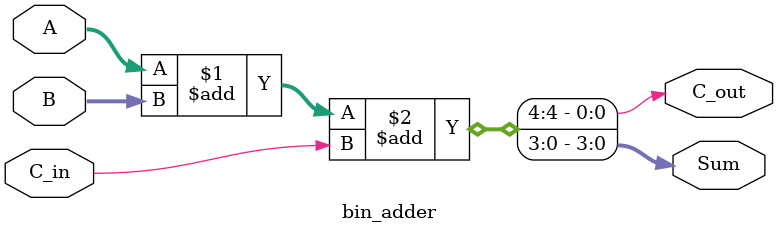
<source format=v>

module bin_adder(
    // OUTPUTS
    output [3:0] Sum
    ,output      C_out

    // INPUTS
    ,input [3:0] A
    ,input [3:0] B
    ,input       C_in
    );
    assign {C_out, Sum} = A + B + C_in;
endmodule

</source>
